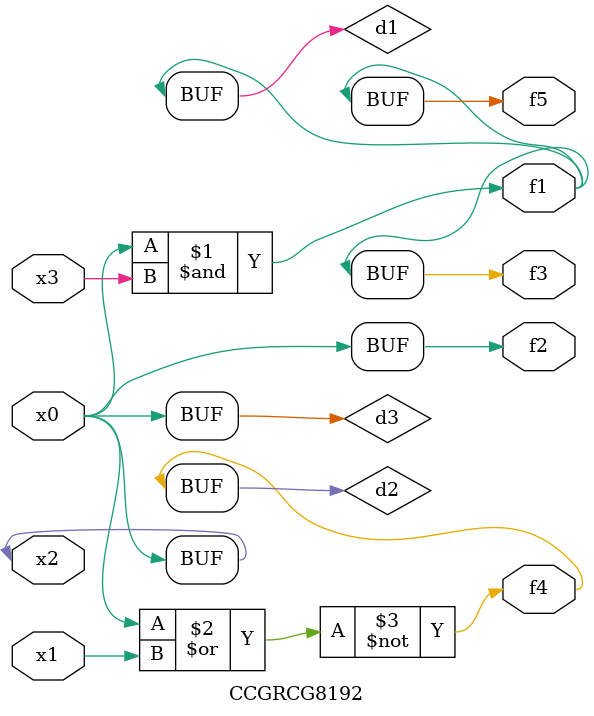
<source format=v>
module CCGRCG8192(
	input x0, x1, x2, x3,
	output f1, f2, f3, f4, f5
);

	wire d1, d2, d3;

	and (d1, x2, x3);
	nor (d2, x0, x1);
	buf (d3, x0, x2);
	assign f1 = d1;
	assign f2 = d3;
	assign f3 = d1;
	assign f4 = d2;
	assign f5 = d1;
endmodule

</source>
